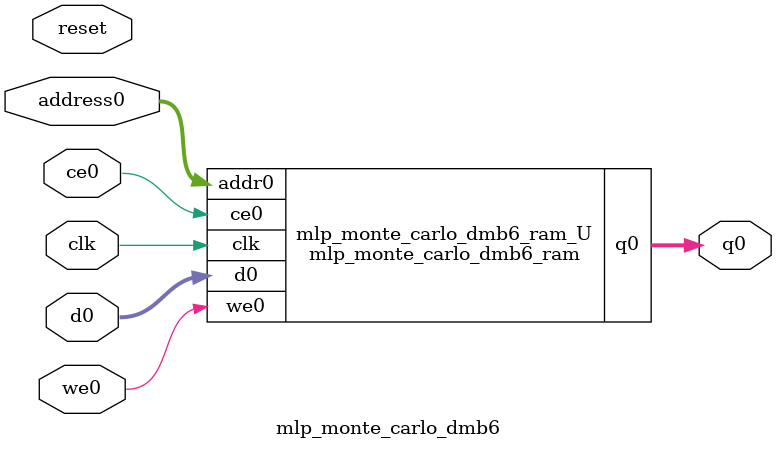
<source format=v>
`timescale 1 ns / 1 ps
module mlp_monte_carlo_dmb6_ram (addr0, ce0, d0, we0, q0,  clk);

parameter DWIDTH = 16;
parameter AWIDTH = 5;
parameter MEM_SIZE = 32;

input[AWIDTH-1:0] addr0;
input ce0;
input[DWIDTH-1:0] d0;
input we0;
output reg[DWIDTH-1:0] q0;
input clk;

(* ram_style = "distributed" *)reg [DWIDTH-1:0] ram[0:MEM_SIZE-1];




always @(posedge clk)  
begin 
    if (ce0) begin
        if (we0) 
            ram[addr0] <= d0; 
        q0 <= ram[addr0];
    end
end


endmodule

`timescale 1 ns / 1 ps
module mlp_monte_carlo_dmb6(
    reset,
    clk,
    address0,
    ce0,
    we0,
    d0,
    q0);

parameter DataWidth = 32'd16;
parameter AddressRange = 32'd32;
parameter AddressWidth = 32'd5;
input reset;
input clk;
input[AddressWidth - 1:0] address0;
input ce0;
input we0;
input[DataWidth - 1:0] d0;
output[DataWidth - 1:0] q0;



mlp_monte_carlo_dmb6_ram mlp_monte_carlo_dmb6_ram_U(
    .clk( clk ),
    .addr0( address0 ),
    .ce0( ce0 ),
    .we0( we0 ),
    .d0( d0 ),
    .q0( q0 ));

endmodule


</source>
